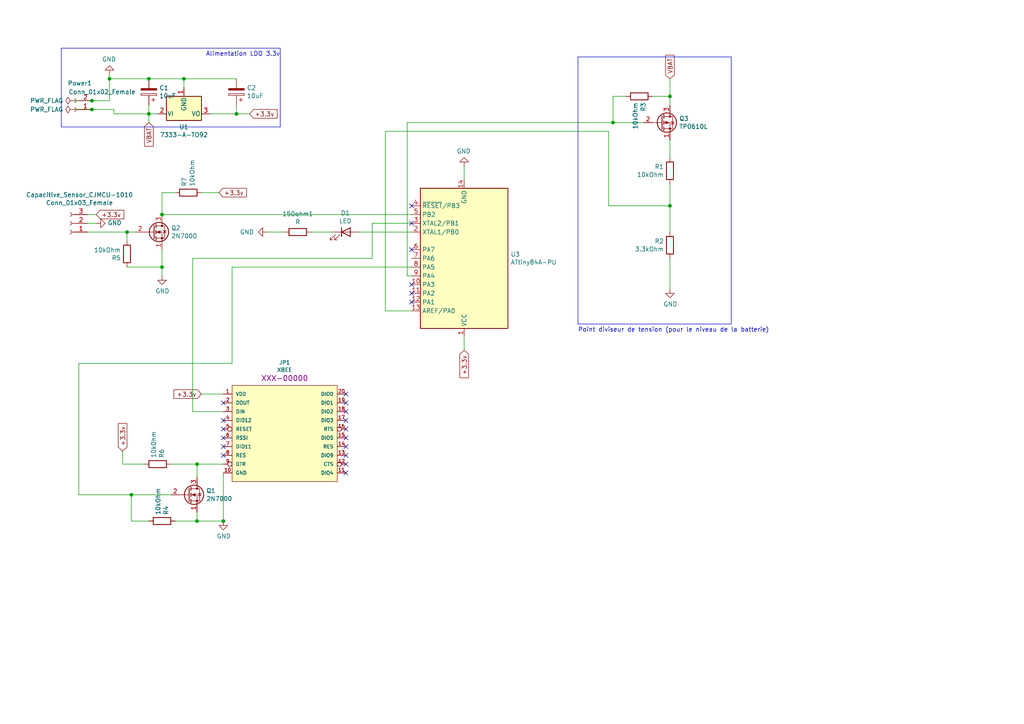
<source format=kicad_sch>
(kicad_sch (version 20230121) (generator eeschema)
  (paper "A4")
  (title_block (title "Touch-Zigbee") (date "2024-01-21") (rev "v2") (company "Guiet Inc"))
  (lib_symbols
    (symbol "Device:LED" (pin_numbers hide) (pin_names (offset 1.016) hide)
      (property "Reference" "D" (at 0 2.54 0))
      (property "Value" "LED" (at 0 -2.54 0))
      (symbol "LED_0_1"
        (polyline (pts (xy -1.27 -1.27) (xy -1.27 1.27)) (stroke (width 0.254)))
        (polyline (pts (xy -1.27 0) (xy 1.27 0)))
        (polyline (pts (xy 1.27 -1.27) (xy 1.27 1.27) (xy -1.27 0) (xy 1.27 -1.27)) (stroke (width 0.254)))
        (polyline (pts (xy -3.048 -0.762) (xy -4.572 -2.286) (xy -3.81 -2.286) (xy -4.572 -2.286) (xy -4.572 -1.524)))
        (polyline (pts (xy -1.778 -0.762) (xy -3.302 -2.286) (xy -2.54 -2.286) (xy -3.302 -2.286) (xy -3.302 -1.524)))
      )
      (symbol "LED_1_1"
        (pin passive line (at -3.81 0 0) (length 2.54) (name "K") (number "1"))
        (pin passive line (at 3.81 0 180) (length 2.54) (name "A") (number "2"))
      )
    )
    (symbol "Device:R" (pin_numbers hide) (pin_names (offset 0))
      (property "Reference" "R" (at 2.032 0 90))
      (property "Value" "R" (at 0 0 90))
      (symbol "R_0_1"
        (rectangle (start -1.016 -2.54) (end 1.016 2.54) (stroke (width 0.254)))
      )
      (symbol "R_1_1"
        (pin passive line (at 0 3.81 270) (length 1.27) (name "~") (number "1"))
        (pin passive line (at 0 -3.81 90) (length 1.27) (name "~") (number "2"))
      )
    )
    (symbol "Transistor_FET:2N7000" (pin_names hide)
      (property "Reference" "Q" (at 5.08 1.905 0))
      (property "Value" "2N7000" (at 5.08 0 0))
      (symbol "2N7000_0_1"
        (polyline (pts (xy 0.254 0) (xy -2.54 0)))
        (polyline (pts (xy 0.254 1.905) (xy 0.254 -1.905)) (stroke (width 0.254)))
        (polyline (pts (xy 0.762 -1.27) (xy 0.762 -2.286)) (stroke (width 0.254)))
        (polyline (pts (xy 0.762 0.508) (xy 0.762 -0.508)) (stroke (width 0.254)))
        (polyline (pts (xy 0.762 2.286) (xy 0.762 1.27)) (stroke (width 0.254)))
        (polyline (pts (xy 2.54 2.54) (xy 2.54 1.778)))
        (polyline (pts (xy 2.54 -2.54) (xy 2.54 0) (xy 0.762 0)))
        (polyline (pts (xy 0.762 -1.778) (xy 3.302 -1.778) (xy 3.302 1.778) (xy 0.762 1.778)))
        (polyline (pts (xy 1.016 0) (xy 2.032 0.381) (xy 2.032 -0.381) (xy 1.016 0)) (fill (type outline)))
        (polyline (pts (xy 2.794 0.508) (xy 2.921 0.381) (xy 3.683 0.381) (xy 3.81 0.254)))
        (polyline (pts (xy 3.302 0.381) (xy 2.921 -0.254) (xy 3.683 -0.254) (xy 3.302 0.381)))
        (circle (center 1.651 0) (radius 2.794) (stroke (width 0.254)))
        (circle (center 2.54 -1.778) (radius 0.254) (fill (type outline)))
        (circle (center 2.54 1.778) (radius 0.254) (fill (type outline)))
      )
      (symbol "2N7000_1_1"
        (pin passive line (at 2.54 -5.08 90) (length 2.54) (name "S") (number "1"))
        (pin input line (at -5.08 0 0) (length 2.54) (name "G") (number "2"))
        (pin passive line (at 2.54 5.08 270) (length 2.54) (name "D") (number "3"))
      )
    )
    (symbol "Transistor_FET:TP0610L" (pin_names hide)
      (property "Reference" "Q" (at 5.08 1.905 0))
      (property "Value" "TP0610L" (at 5.08 0 0))
      (symbol "TP0610L_0_1"
        (polyline (pts (xy 0.254 0) (xy -2.54 0)))
        (polyline (pts (xy 0.254 1.905) (xy 0.254 -1.905)) (stroke (width 0.254)))
        (polyline (pts (xy 0.762 -1.27) (xy 0.762 -2.286)) (stroke (width 0.254)))
        (polyline (pts (xy 0.762 0.508) (xy 0.762 -0.508)) (stroke (width 0.254)))
        (polyline (pts (xy 0.762 2.286) (xy 0.762 1.27)) (stroke (width 0.254)))
        (polyline (pts (xy 2.54 2.54) (xy 2.54 1.778)))
        (polyline (pts (xy 2.54 -2.54) (xy 2.54 0) (xy 0.762 0)))
        (polyline (pts (xy 0.762 1.778) (xy 3.302 1.778) (xy 3.302 -1.778) (xy 0.762 -1.778)))
        (polyline (pts (xy 2.286 0) (xy 1.27 0.381) (xy 1.27 -0.381) (xy 2.286 0)) (fill (type outline)))
        (polyline (pts (xy 2.794 -0.508) (xy 2.921 -0.381) (xy 3.683 -0.381) (xy 3.81 -0.254)))
        (polyline (pts (xy 3.302 -0.381) (xy 2.921 0.254) (xy 3.683 0.254) (xy 3.302 -0.381)))
        (circle (center 1.651 0) (radius 2.794) (stroke (width 0.254)))
        (circle (center 2.54 -1.778) (radius 0.254) (fill (type outline)))
        (circle (center 2.54 1.778) (radius 0.254) (fill (type outline)))
      )
      (symbol "TP0610L_1_1"
        (pin passive line (at 2.54 -5.08 90) (length 2.54) (name "S") (number "1"))
        (pin input line (at -5.08 0 0) (length 2.54) (name "G") (number "2"))
        (pin passive line (at 2.54 5.08 270) (length 2.54) (name "D") (number "3"))
      )
    )
    (symbol "power:GND" (power) (pin_names (offset 0))
      (property "Value" "GND" (at 0 -3.81 0))
      (symbol "GND_0_1"
        (polyline (pts (xy 0 0) (xy 0 -1.27) (xy 1.27 -1.27) (xy 0 -2.54) (xy -1.27 -1.27) (xy 0 -1.27)))
      )
      (symbol "GND_1_1"
        (pin power_in line (at 0 0 270) (length 0) hide (name "GND") (number "1"))
      )
    )
    (symbol "power:PWR_FLAG" (power) (pin_numbers hide) (pin_names (offset 0) hide)
      (property "Value" "PWR_FLAG" (at 0 3.81 0))
      (symbol "PWR_FLAG_0_0"
        (pin power_out line (at 0 0 90) (length 0) (name "pwr") (number "1"))
      )
      (symbol "PWR_FLAG_0_1"
        (polyline (pts (xy 0 0) (xy 0 1.27) (xy -1.016 1.905) (xy 0 2.54) (xy 1.016 1.905) (xy 0 1.27)))
      )
    )
    (symbol "touch-zigbee-rescue:ATtiny84A-PU-MCU_Microchip_ATtiny"
      (property "Reference" "U" (at -12.7 21.59 0))
      (property "Value" "MCU_Microchip_ATtiny_ATtiny84A-PU" (at 2.54 -21.59 0))
      (symbol "ATtiny84A-PU-MCU_Microchip_ATtiny_0_1"
        (rectangle (start -12.7 -20.32) (end 12.7 20.32) (stroke (width 0.254)) (fill (type background)))
      )
      (symbol "ATtiny84A-PU-MCU_Microchip_ATtiny_1_1"
        (pin power_in line (at 0 22.86 270) (length 2.54) (name "VCC") (number "1"))
        (pin bidirectional line (at 15.24 7.62 180) (length 2.54) (name "PA3") (number "10"))
        (pin bidirectional line (at 15.24 10.16 180) (length 2.54) (name "PA2") (number "11"))
        (pin bidirectional line (at 15.24 12.7 180) (length 2.54) (name "PA1") (number "12"))
        (pin bidirectional line (at 15.24 15.24 180) (length 2.54) (name "AREF/PA0") (number "13"))
        (pin power_in line (at 0 -22.86 90) (length 2.54) (name "GND") (number "14"))
        (pin bidirectional line (at 15.24 -7.62 180) (length 2.54) (name "XTAL1/PB0") (number "2"))
        (pin bidirectional line (at 15.24 -10.16 180) (length 2.54) (name "XTAL2/PB1") (number "3"))
        (pin bidirectional line (at 15.24 -15.24 180) (length 2.54) (name "~{RESET}/PB3") (number "4"))
        (pin bidirectional line (at 15.24 -12.7 180) (length 2.54) (name "PB2") (number "5"))
        (pin bidirectional line (at 15.24 -2.54 180) (length 2.54) (name "PA7") (number "6"))
        (pin bidirectional line (at 15.24 0 180) (length 2.54) (name "PA6") (number "7"))
        (pin bidirectional line (at 15.24 2.54 180) (length 2.54) (name "PA5") (number "8"))
        (pin bidirectional line (at 15.24 5.08 180) (length 2.54) (name "PA4") (number "9"))
      )
    )
    (symbol "touch-zigbee-rescue:CP-Device" (pin_numbers hide) (pin_names (offset 0.254))
      (property "Reference" "C" (at 0.635 2.54 0))
      (property "Value" "Device_CP" (at 0.635 -2.54 0))
      (symbol "CP-Device_0_1"
        (rectangle (start -2.286 0.508) (end 2.286 1.016))
        (polyline (pts (xy -1.778 2.286) (xy -0.762 2.286)))
        (polyline (pts (xy -1.27 2.794) (xy -1.27 1.778)))
        (rectangle (start 2.286 -0.508) (end -2.286 -1.016) (fill (type outline)))
      )
      (symbol "CP-Device_1_1"
        (pin passive line (at 0 3.81 270) (length 2.794) (name "~") (number "1"))
        (pin passive line (at 0 -3.81 90) (length 2.794) (name "~") (number "2"))
      )
    )
    (symbol "touch-zigbee-rescue:Conn_01x02_Female-Connector" (pin_names (offset 1.016) hide)
      (property "Reference" "J" (at 0 2.54 0))
      (property "Value" "Connector_Conn_01x02_Female" (at 0 -5.08 0))
      (symbol "Conn_01x02_Female-Connector_1_1"
        (arc (start 0 -2.032) (mid -0.5058 -2.54) (end 0 -3.048) (stroke (width 0.1524)))
        (polyline (pts (xy -1.27 -2.54) (xy -0.508 -2.54)) (stroke (width 0.1524)))
        (polyline (pts (xy -1.27 0) (xy -0.508 0)) (stroke (width 0.1524)))
        (arc (start 0 0.508) (mid -0.5058 0) (end 0 -0.508) (stroke (width 0.1524)))
        (pin passive line (at -5.08 0 0) (length 3.81) (name "Pin_1") (number "1"))
        (pin passive line (at -5.08 -2.54 0) (length 3.81) (name "Pin_2") (number "2"))
      )
    )
    (symbol "touch-zigbee-rescue:Conn_01x03_Female-Connector" (pin_names (offset 1.016) hide)
      (property "Reference" "J" (at 0 5.08 0))
      (property "Value" "Connector_Conn_01x03_Female" (at 0 -5.08 0))
      (symbol "Conn_01x03_Female-Connector_1_1"
        (arc (start 0 -2.032) (mid -0.5058 -2.54) (end 0 -3.048) (stroke (width 0.1524)))
        (polyline (pts (xy -1.27 -2.54) (xy -0.508 -2.54)) (stroke (width 0.1524)))
        (polyline (pts (xy -1.27 0) (xy -0.508 0)) (stroke (width 0.1524)))
        (polyline (pts (xy -1.27 2.54) (xy -0.508 2.54)) (stroke (width 0.1524)))
        (arc (start 0 0.508) (mid -0.5058 0) (end 0 -0.508) (stroke (width 0.1524)))
        (arc (start 0 3.048) (mid -0.5058 2.54) (end 0 2.032) (stroke (width 0.1524)))
        (pin passive line (at -5.08 2.54 0) (length 3.81) (name "Pin_1") (number "1"))
        (pin passive line (at -5.08 0 0) (length 3.81) (name "Pin_2") (number "2"))
        (pin passive line (at -5.08 -2.54 0) (length 3.81) (name "Pin_3") (number "3"))
      )
    )
    (symbol "touch-zigbee-rescue:MCP1700-3302E_TO92-Regulator_Linear" (pin_names (offset 0.254))
      (property "Reference" "U" (at -3.81 -3.175 0))
      (property "Value" "Regulator_Linear_MCP1700-3302E_TO92" (at 0 -3.175 0))
      (symbol "MCP1700-3302E_TO92-Regulator_Linear_0_1"
        (rectangle (start -5.08 5.08) (end 5.08 -1.905) (stroke (width 0.254)) (fill (type background)))
      )
      (symbol "MCP1700-3302E_TO92-Regulator_Linear_1_1"
        (pin power_in line (at 0 7.62 270) (length 2.54) (name "GND") (number "1"))
        (pin power_in line (at -7.62 0 0) (length 2.54) (name "VI") (number "2"))
        (pin power_out line (at 7.62 0 180) (length 2.54) (name "VO") (number "3"))
      )
    )
    (symbol "touch-zigbee-rescue:XBEE-SparkFun-RF" (pin_names (offset 1.016))
      (property "Reference" "JP" (at -15.24 13.97 0))
      (property "Value" "SparkFun-RF_XBEE" (at -15.24 -17.78 0))
      (property "Field4" "XXX-00000" (at 0 16.51 0))
      (symbol "XBEE-SparkFun-RF_1_1"
        (polyline (pts (xy -15.24 12.7) (xy 15.24 12.7) (xy 15.24 -15.24) (xy -15.24 -15.24) (xy -15.24 12.7)) (fill (type background)))
        (pin power_in line (at -17.78 10.16 0) (length 2.54) (name "VDD") (number "1"))
        (pin power_in line (at -17.78 -12.7 0) (length 2.54) (name "GND") (number "10"))
        (pin bidirectional line (at 17.78 -12.7 180) (length 2.54) (name "DIO4") (number "11"))
        (pin output inverted (at 17.78 -10.16 180) (length 2.54) (name "CTS") (number "12"))
        (pin bidirectional line (at 17.78 -7.62 180) (length 2.54) (name "DIO9") (number "13"))
        (pin bidirectional line (at 17.78 -5.08 180) (length 2.54) (name "RES") (number "14"))
        (pin bidirectional line (at 17.78 -2.54 180) (length 2.54) (name "DIO5") (number "15"))
        (pin input inverted (at 17.78 0 180) (length 2.54) (name "RTS") (number "16"))
        (pin bidirectional line (at 17.78 2.54 180) (length 2.54) (name "DIO3") (number "17"))
        (pin bidirectional line (at 17.78 5.08 180) (length 2.54) (name "DIO2") (number "18"))
        (pin bidirectional line (at 17.78 7.62 180) (length 2.54) (name "DIO1") (number "19"))
        (pin output line (at -17.78 7.62 0) (length 2.54) (name "DOUT") (number "2"))
        (pin bidirectional line (at 17.78 10.16 180) (length 2.54) (name "DIO0") (number "20"))
        (pin input line (at -17.78 5.08 0) (length 2.54) (name "DIN") (number "3"))
        (pin bidirectional line (at -17.78 2.54 0) (length 2.54) (name "DIO12") (number "4"))
        (pin input inverted (at -17.78 0 0) (length 2.54) (name "RESET") (number "5"))
        (pin bidirectional line (at -17.78 -2.54 0) (length 2.54) (name "RSSI") (number "6"))
        (pin bidirectional line (at -17.78 -5.08 0) (length 2.54) (name "DIO11") (number "7"))
        (pin bidirectional line (at -17.78 -7.62 0) (length 2.54) (name "RES") (number "8"))
        (pin bidirectional inverted (at -17.78 -10.16 0) (length 2.54) (name "DTR") (number "9"))
      )
    )
  )
  (junction (at 194.31 27.94))
  (junction (at 26.67 29.21))
  (junction (at 46.99 77.47))
  (junction (at 26.67 31.75))
  (junction (at 36.83 67.31))
  (junction (at 64.77 151.13))
  (junction (at 194.31 59.69))
  (junction (at 46.99 62.23))
  (junction (at 57.15 151.13))
  (junction (at 177.8 35.56))
  (junction (at 57.15 134.62))
  (junction (at 43.18 33.02))
  (junction (at 31.75 22.86))
  (junction (at 53.34 22.86))
  (junction (at 38.1 143.51))
  (junction (at 68.58 33.02))
  (junction (at 43.18 22.86))
  (no_connect (at 64.77 129.54))
  (no_connect (at 64.77 116.84))
  (no_connect (at 100.33 127))
  (no_connect (at 100.33 114.3))
  (no_connect (at 100.33 132.08))
  (no_connect (at 100.33 137.16))
  (no_connect (at 119.38 59.69))
  (no_connect (at 100.33 121.92))
  (no_connect (at 119.38 72.39))
  (no_connect (at 100.33 134.62))
  (no_connect (at 100.33 116.84))
  (no_connect (at 64.77 124.46))
  (no_connect (at 100.33 119.38))
  (no_connect (at 119.38 87.63))
  (no_connect (at 100.33 124.46))
  (no_connect (at 64.77 132.08))
  (no_connect (at 119.38 85.09))
  (no_connect (at 64.77 121.92))
  (no_connect (at 100.33 129.54))
  (no_connect (at 119.38 64.77))
  (no_connect (at 64.77 127))
  (no_connect (at 119.38 82.55))
  (wire (pts (xy 68.58 33.02) (xy 60.96 33.02)))
  (wire (pts (xy 68.58 30.48) (xy 68.58 33.02)))
  (wire (pts (xy 57.15 148.59) (xy 57.15 151.13)))
  (wire (pts (xy 46.99 72.39) (xy 46.99 77.47)))
  (wire (pts (xy 43.18 33.02) (xy 43.18 35.56)))
  (wire (pts (xy 67.31 105.41) (xy 22.86 105.41)))
  (wire (pts (xy 26.67 29.21) (xy 21.59 29.21)))
  (wire (pts (xy 177.8 35.56) (xy 186.69 35.56)))
  (wire (pts (xy 90.17 67.31) (xy 96.52 67.31)))
  (wire (pts (xy 107.95 74.93) (xy 55.88 74.93)))
  (wire (pts (xy 36.83 67.31) (xy 39.37 67.31)))
  (wire (pts (xy 194.31 40.64) (xy 194.31 45.72)))
  (wire (pts (xy 57.15 151.13) (xy 50.8 151.13)))
  (wire (pts (xy 119.38 77.47) (xy 67.31 77.47)))
  (wire (pts (xy 55.88 119.38) (xy 64.77 119.38)))
  (wire (pts (xy 111.76 38.1) (xy 176.53 38.1)))
  (wire (pts (xy 53.34 25.4) (xy 53.34 22.86)))
  (polyline (pts (xy 81.28 13.97) (xy 17.78 13.97)))
  (wire (pts (xy 43.18 151.13) (xy 38.1 151.13)))
  (wire (pts (xy 38.1 143.51) (xy 49.53 143.51)))
  (polyline (pts (xy 17.78 36.83) (xy 81.28 36.83)))
  (wire (pts (xy 25.4 62.23) (xy 27.94 62.23)))
  (wire (pts (xy 22.86 105.41) (xy 22.86 143.51)))
  (wire (pts (xy 21.59 31.75) (xy 26.67 31.75)))
  (wire (pts (xy 64.77 134.62) (xy 57.15 134.62)))
  (wire (pts (xy 36.83 67.31) (xy 36.83 69.85)))
  (wire (pts (xy 177.8 27.94) (xy 181.61 27.94)))
  (wire (pts (xy 64.77 137.16) (xy 64.77 151.13)))
  (wire (pts (xy 194.31 27.94) (xy 194.31 30.48)))
  (wire (pts (xy 68.58 33.02) (xy 72.39 33.02)))
  (wire (pts (xy 36.83 77.47) (xy 46.99 77.47)))
  (wire (pts (xy 134.62 97.79) (xy 134.62 101.6)))
  (polyline (pts (xy 81.28 36.83) (xy 81.28 13.97)))
  (wire (pts (xy 46.99 77.47) (xy 46.99 80.01)))
  (wire (pts (xy 194.31 22.86) (xy 194.31 27.94)))
  (wire (pts (xy 46.99 62.23) (xy 119.38 62.23)))
  (wire (pts (xy 176.53 59.69) (xy 194.31 59.69)))
  (wire (pts (xy 194.31 59.69) (xy 194.31 67.31)))
  (wire (pts (xy 58.42 55.88) (xy 63.5 55.88)))
  (polyline (pts (xy 17.78 13.97) (xy 17.78 36.83)))
  (wire (pts (xy 119.38 80.01) (xy 118.11 80.01)))
  (wire (pts (xy 194.31 53.34) (xy 194.31 59.69)))
  (wire (pts (xy 31.75 22.86) (xy 43.18 22.86)))
  (wire (pts (xy 41.91 134.62) (xy 35.56 134.62)))
  (wire (pts (xy 33.02 31.75) (xy 33.02 33.02)))
  (wire (pts (xy 53.34 22.86) (xy 68.58 22.86)))
  (wire (pts (xy 189.23 27.94) (xy 194.31 27.94)))
  (wire (pts (xy 118.11 80.01) (xy 118.11 35.56)))
  (wire (pts (xy 57.15 138.43) (xy 57.15 134.62)))
  (wire (pts (xy 25.4 67.31) (xy 36.83 67.31)))
  (wire (pts (xy 194.31 74.93) (xy 194.31 83.82)))
  (wire (pts (xy 43.18 33.02) (xy 45.72 33.02)))
  (wire (pts (xy 22.86 143.51) (xy 38.1 143.51)))
  (wire (pts (xy 77.47 67.31) (xy 82.55 67.31)))
  (wire (pts (xy 134.62 48.26) (xy 134.62 52.07)))
  (polyline (pts (xy 167.64 93.98) (xy 212.09 93.98)))
  (wire (pts (xy 118.11 35.56) (xy 177.8 35.56)))
  (wire (pts (xy 111.76 90.17) (xy 119.38 90.17)))
  (wire (pts (xy 46.99 62.23) (xy 46.99 55.88)))
  (wire (pts (xy 119.38 64.77) (xy 107.95 64.77)))
  (polyline (pts (xy 212.09 16.51) (xy 167.64 16.51)))
  (wire (pts (xy 26.67 31.75) (xy 33.02 31.75)))
  (wire (pts (xy 31.75 22.86) (xy 31.75 21.59)))
  (wire (pts (xy 35.56 134.62) (xy 35.56 130.81)))
  (wire (pts (xy 25.4 64.77) (xy 27.94 64.77)))
  (wire (pts (xy 111.76 38.1) (xy 111.76 90.17)))
  (wire (pts (xy 58.42 114.3) (xy 64.77 114.3)))
  (polyline (pts (xy 212.09 93.98) (xy 212.09 16.51)))
  (wire (pts (xy 57.15 151.13) (xy 64.77 151.13)))
  (wire (pts (xy 31.75 22.86) (xy 31.75 29.21)))
  (wire (pts (xy 38.1 151.13) (xy 38.1 143.51)))
  (polyline (pts (xy 167.64 16.51) (xy 167.64 93.98)))
  (wire (pts (xy 55.88 74.93) (xy 55.88 119.38)))
  (wire (pts (xy 119.38 67.31) (xy 104.14 67.31)))
  (wire (pts (xy 57.15 134.62) (xy 49.53 134.62)))
  (wire (pts (xy 33.02 33.02) (xy 43.18 33.02)))
  (wire (pts (xy 107.95 64.77) (xy 107.95 74.93)))
  (wire (pts (xy 46.99 55.88) (xy 50.8 55.88)))
  (wire (pts (xy 43.18 22.86) (xy 53.34 22.86)))
  (wire (pts (xy 177.8 27.94) (xy 177.8 35.56)))
  (wire (pts (xy 67.31 77.47) (xy 67.31 105.41)))
  (wire (pts (xy 31.75 29.21) (xy 26.67 29.21)))
  (wire (pts (xy 43.18 30.48) (xy 43.18 33.02)))
  (wire (pts (xy 176.53 38.1) (xy 176.53 59.69)))
  (text "Point diviseur de tension (pour le niveau de la batterie)" (at 167.64 96.52 0) (effects (font (size 1.27 1.27)) (justify left bottom)))
  (text "Alimentation LDO 3.3v" (at 59.69 16.51 0) (effects (font (size 1.27 1.27)) (justify left bottom)))
  (global_label "VBAT" (shape input) (at 194.31 22.86 90) (property "Intersheetrefs" "${INTERSHEET_REFS}" (effects hide)))
  (global_label "+3.3v" (shape input) (at 134.62 101.6 270) (property "Intersheetrefs" "${INTERSHEET_REFS}" (effects hide)))
  (global_label "VBAT" (shape input) (at 43.18 35.56 270) (property "Intersheetrefs" "${INTERSHEET_REFS}" (effects hide)))
  (global_label "+3.3v" (shape input) (at 35.56 130.81 90) (property "Intersheetrefs" "${INTERSHEET_REFS}" (effects hide)))
  (global_label "+3.3v" (shape input) (at 72.39 33.02 0) (property "Intersheetrefs" "${INTERSHEET_REFS}" (effects hide)))
  (global_label "+3.3v" (shape input) (at 27.94 62.23 0) (property "Intersheetrefs" "${INTERSHEET_REFS}" (effects hide)))
  (global_label "+3.3v" (shape input) (at 58.42 114.3 180) (property "Intersheetrefs" "${INTERSHEET_REFS}" (effects hide)))
  (global_label "+3.3v" (shape input) (at 63.5 55.88 0) (property "Intersheetrefs" "${INTERSHEET_REFS}" (effects hide)))
  (symbol (lib_id "touch-zigbee-rescue:XBEE-SparkFun-RF") (at 82.55 124.46 0) (unit 1)
    (property "Reference" "JP1" (at 82.55 105.156 0) (effects (font (size 1.143 1.143))))
    (property "Value" "XBEE" (at 82.55 107.2896 0) (effects (font (size 1.143 1.143))))
    (property "Footprint" "SparkFun RF:XBEE" (effects hide))
    (property "Field4" "XXX-00000" (at 82.55 109.7026 0) (effects (font (size 1.524 1.524))))
  )
  (symbol (lib_id "Transistor_FET:2N7000") (at 54.61 143.51 0) (unit 1)
    (property "Reference" "Q1" (at 59.7916 142.3416 0) (effects (justify left)))
    (property "Value" "2N7000" (at 59.7916 144.653 0) (effects (justify left)))
    (property "Footprint" "Package_TO_SOT_THT:TO-92_Inline" (effects hide))
    (property "Datasheet" "https://www.onsemi.com/pub/Collateral/NDS7002A-D.PDF" (effects hide))
  )
  (symbol (lib_id "touch-zigbee-rescue:MCP1700-3302E_TO92-Regulator_Linear") (at 53.34 33.02 0) (unit 1)
    (property "Reference" "U1" (at 53.34 36.8046 0))
    (property "Value" "7333-A-TO92" (at 53.34 39.116 0))
    (property "Footprint" "Package_TO_SOT_THT:TO-92_Inline" (effects hide))
    (property "Datasheet" "http://ww1.microchip.com/downloads/en/DeviceDoc/20001826D.pdf" (effects hide))
  )
  (symbol (lib_id "touch-zigbee-rescue:CP-Device") (at 43.18 26.67 180) (unit 1)
    (property "Reference" "C1" (at 46.1772 25.5016 0) (effects (justify right)))
    (property "Value" "10uF" (at 46.1772 27.813 0) (effects (justify right)))
    (property "Footprint" "Capacitor_THT:CP_Radial_D4.0mm_P1.50mm" (effects hide))
  )
  (symbol (lib_id "touch-zigbee-rescue:CP-Device") (at 68.58 26.67 180) (unit 1)
    (property "Reference" "C2" (at 71.5772 25.5016 0) (effects (justify right)))
    (property "Value" "10uF" (at 71.5772 27.813 0) (effects (justify right)))
    (property "Footprint" "Capacitor_THT:CP_Radial_D4.0mm_P1.50mm" (effects hide))
  )
  (symbol (lib_id "Transistor_FET:2N7000") (at 44.45 67.31 0) (unit 1)
    (property "Reference" "Q2" (at 49.6316 66.1416 0) (effects (justify left)))
    (property "Value" "2N7000" (at 49.6316 68.453 0) (effects (justify left)))
    (property "Footprint" "Package_TO_SOT_THT:TO-92_Inline" (effects hide))
    (property "Datasheet" "https://www.onsemi.com/pub/Collateral/NDS7002A-D.PDF" (effects hide))
  )
  (symbol (lib_id "Device:R") (at 86.36 67.31 270) (unit 1)
    (property "Reference" "150ohm1" (at 86.36 62.0522 90))
    (property "Value" "R" (at 86.36 64.3636 90))
    (property "Footprint" "Resistor_THT:R_Axial_DIN0204_L3.6mm_D1.6mm_P7.62mm_Horizontal" (effects hide))
  )
  (symbol (lib_id "Device:R") (at 185.42 27.94 270) (unit 1)
    (property "Reference" "R3" (at 186.5884 29.718 0) (effects (justify left)))
    (property "Value" "10kOhm" (at 184.277 29.718 0) (effects (justify left)))
    (property "Footprint" "Resistor_THT:R_Axial_DIN0204_L3.6mm_D1.6mm_P7.62mm_Horizontal" (effects hide))
  )
  (symbol (lib_id "Device:R") (at 194.31 49.53 0) (mirror x) (unit 1)
    (property "Reference" "R1" (at 192.5574 48.3616 0) (effects (justify right)))
    (property "Value" "10kOhm" (at 192.5574 50.673 0) (effects (justify right)))
    (property "Footprint" "Resistor_THT:R_Axial_DIN0204_L3.6mm_D1.6mm_P7.62mm_Horizontal" (effects hide))
  )
  (symbol (lib_id "Device:R") (at 194.31 71.12 0) (mirror x) (unit 1)
    (property "Reference" "R2" (at 192.5574 69.9516 0) (effects (justify right)))
    (property "Value" "3.3kOhm" (at 192.5574 72.263 0) (effects (justify right)))
    (property "Footprint" "Resistor_THT:R_Axial_DIN0204_L3.6mm_D1.6mm_P7.62mm_Horizontal" (effects hide))
  )
  (symbol (lib_id "Device:LED") (at 100.33 67.31 0) (unit 1)
    (property "Reference" "D1" (at 100.1522 61.7982 0))
    (property "Value" "LED" (at 100.1522 64.1096 0))
    (property "Footprint" "LED_THT:LED_D3.0mm_IRBlack" (effects hide))
  )
  (symbol (lib_id "power:GND") (at 31.75 21.59 180) (unit 1)
    (property "Reference" "#PWR0101" (effects hide))
    (property "Value" "GND" (at 31.623 17.1958 0))
  )
  (symbol (lib_id "touch-zigbee-rescue:Conn_01x02_Female-Connector") (at 21.59 31.75 180) (unit 1)
    (property "Reference" "Power1" (at 26.67 24.13 0) (effects (justify left)))
    (property "Value" "Conn_01x02_Female" (at 39.37 26.67 0) (effects (justify left)))
    (property "Footprint" "Connector_JST:JST_EH_B2B-EH-A_1x02_P2.50mm_Vertical" (effects hide))
  )
  (symbol (lib_id "power:GND") (at 134.62 48.26 180) (unit 1)
    (property "Reference" "#PWR0103" (effects hide))
    (property "Value" "GND" (at 134.493 43.8658 0))
  )
  (symbol (lib_id "power:GND") (at 77.47 67.31 270) (unit 1)
    (property "Reference" "#PWR0104" (effects hide))
    (property "Value" "GND" (at 73.66 67.31 90) (effects (justify right)))
  )
  (symbol (lib_id "power:GND") (at 64.77 151.13 0) (unit 1)
    (property "Reference" "#PWR0105" (effects hide))
    (property "Value" "GND" (at 64.897 155.5242 0))
  )
  (symbol (lib_id "power:GND") (at 194.31 83.82 0) (unit 1)
    (property "Reference" "#PWR0107" (effects hide))
    (property "Value" "GND" (at 194.437 88.2142 0))
  )
  (symbol (lib_id "Transistor_FET:TP0610L") (at 191.77 35.56 0) (unit 1)
    (property "Reference" "Q3" (at 196.977 34.3916 0) (effects (justify left)))
    (property "Value" "TP0610L" (at 196.977 36.703 0) (effects (justify left)))
    (property "Footprint" "Package_TO_SOT_THT:TO-92L_Inline" (effects hide))
    (property "Datasheet" "http://www.vishay.com/docs/70209/70209.pdf" (effects hide))
  )
  (symbol (lib_id "touch-zigbee-rescue:Conn_01x03_Female-Connector") (at 20.32 64.77 180) (unit 1)
    (property "Reference" "Capacitive_Sensor_CJMCU-1010" (at 23.0632 56.515 0))
    (property "Value" "Conn_01x03_Female" (at 23.0632 58.8264 0))
    (property "Footprint" "Connector_JST:JST_EH_B3B-EH-A_1x03_P2.50mm_Vertical" (effects hide))
  )
  (symbol (lib_id "power:GND") (at 27.94 64.77 90) (unit 1)
    (property "Reference" "#PWR0108" (effects hide))
    (property "Value" "GND" (at 31.1912 64.643 90) (effects (justify right)))
  )
  (symbol (lib_id "power:GND") (at 46.99 80.01 0) (unit 1)
    (property "Reference" "#PWR0109" (effects hide))
    (property "Value" "GND" (at 47.117 84.4042 0))
  )
  (symbol (lib_id "Device:R") (at 36.83 73.66 180) (unit 1)
    (property "Reference" "R5" (at 35.052 74.8284 0) (effects (justify left)))
    (property "Value" "10kOhm" (at 35.052 72.517 0) (effects (justify left)))
    (property "Footprint" "Resistor_THT:R_Axial_DIN0204_L3.6mm_D1.6mm_P7.62mm_Horizontal" (effects hide))
  )
  (symbol (lib_id "Device:R") (at 54.61 55.88 90) (unit 1)
    (property "Reference" "R7" (at 53.4416 54.102 0) (effects (justify left)))
    (property "Value" "10kOhm" (at 55.753 54.102 0) (effects (justify left)))
    (property "Footprint" "Resistor_THT:R_Axial_DIN0204_L3.6mm_D1.6mm_P7.62mm_Horizontal" (effects hide))
  )
  (symbol (lib_id "Device:R") (at 46.99 151.13 90) (mirror x) (unit 1)
    (property "Reference" "R4" (at 48.1584 149.3774 0) (effects (justify right)))
    (property "Value" "10kOhm" (at 45.847 149.3774 0) (effects (justify right)))
    (property "Footprint" "Resistor_THT:R_Axial_DIN0204_L3.6mm_D1.6mm_P7.62mm_Horizontal" (effects hide))
  )
  (symbol (lib_id "Device:R") (at 45.72 134.62 90) (mirror x) (unit 1)
    (property "Reference" "R6" (at 46.8884 132.8674 0) (effects (justify right)))
    (property "Value" "10kOhm" (at 44.577 132.8674 0) (effects (justify right)))
    (property "Footprint" "Resistor_THT:R_Axial_DIN0204_L3.6mm_D1.6mm_P7.62mm_Horizontal" (effects hide))
  )
  (symbol (lib_id "power:PWR_FLAG") (at 21.59 31.75 90) (unit 1)
    (property "Reference" "#FLG0101" (effects hide))
    (property "Value" "PWR_FLAG" (at 18.3642 31.75 90) (effects (justify left)))
  )
  (symbol (lib_id "power:PWR_FLAG") (at 21.59 29.21 90) (unit 1)
    (property "Reference" "#FLG0102" (effects hide))
    (property "Value" "PWR_FLAG" (at 18.3642 29.21 90) (effects (justify left)))
  )
  (symbol (lib_id "touch-zigbee-rescue:ATtiny84A-PU-MCU_Microchip_ATtiny") (at 134.62 74.93 180) (unit 1)
    (property "Reference" "U3" (at 148.082 73.7616 0) (effects (justify right)))
    (property "Value" "ATtiny84A-PU" (at 148.082 76.073 0) (effects (justify right)))
    (property "Footprint" "Package_DIP:DIP-14_W7.62mm" (effects hide))
    (property "Datasheet" "http://ww1.microchip.com/downloads/en/DeviceDoc/doc8183.pdf" (effects hide))
  )
)
</source>
